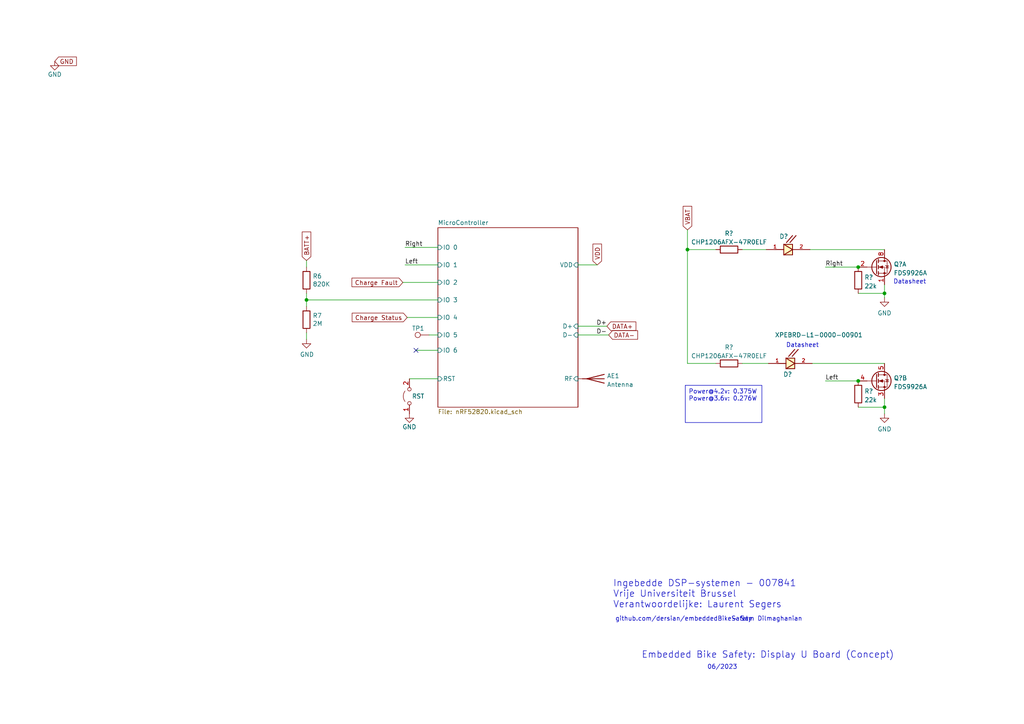
<source format=kicad_sch>
(kicad_sch (version 20230121) (generator eeschema)
  (paper "A4")
  (lib_symbols
    (symbol "Connector:TestPoint" (pin_numbers hide) (pin_names (offset 0.762) hide)
      (property "Reference" "TP" (at 0 6.858 0))
      (property "Value" "TestPoint" (at 0 5.08 0))
      (symbol "TestPoint_0_1"
        (circle (center 0 3.302) (radius 0.762))
      )
      (symbol "TestPoint_1_1"
        (pin passive line (at 0 0 90) (length 2.54) (name "1") (number "1"))
      )
    )
    (symbol "Device:Antenna" (pin_numbers hide) (pin_names (offset 1.016) hide)
      (property "Reference" "AE" (at -1.905 1.905 0))
      (property "Value" "Antenna" (at -1.905 0 0))
      (symbol "Antenna_0_1"
        (polyline (pts (xy 0 2.54) (xy 0 -3.81)) (stroke (width 0.254)))
        (polyline (pts (xy 1.27 2.54) (xy 0 -2.54) (xy -1.27 2.54)) (stroke (width 0.254)))
      )
      (symbol "Antenna_1_1"
        (pin input line (at 0 -5.08 90) (length 2.54) (name "A") (number "1"))
      )
    )
    (symbol "Device:R" (pin_numbers hide) (pin_names (offset 0))
      (property "Reference" "R" (at 2.032 0 90))
      (property "Value" "R" (at 0 0 90))
      (symbol "R_0_1"
        (rectangle (start -1.016 -2.54) (end 1.016 2.54) (stroke (width 0.254)))
      )
      (symbol "R_1_1"
        (pin passive line (at 0 3.81 270) (length 1.27) (name "~") (number "1"))
        (pin passive line (at 0 -3.81 90) (length 1.27) (name "~") (number "2"))
      )
    )
    (symbol "Jumper:Jumper_2_Open" (pin_names (offset 0) hide)
      (property "Reference" "JP" (at 0 2.794 0))
      (property "Value" "Jumper_2_Open" (at 0 -2.286 0))
      (symbol "Jumper_2_Open_0_0"
        (circle (center -2.032 0) (radius 0.508))
        (circle (center 2.032 0) (radius 0.508))
      )
      (symbol "Jumper_2_Open_0_1"
        (arc (start 1.524 1.27) (mid 0 1.778) (end -1.524 1.27))
      )
      (symbol "Jumper_2_Open_1_1"
        (pin passive line (at -5.08 0 0) (length 2.54) (name "A") (number "1"))
        (pin passive line (at 5.08 0 180) (length 2.54) (name "B") (number "2"))
      )
    )
    (symbol "Transistor_FET:FDS9926A" (pin_names hide)
      (property "Reference" "Q" (at 5.08 1.905 0))
      (property "Value" "FDS9926A" (at 5.08 0 0))
      (symbol "FDS9926A_0_1"
        (polyline (pts (xy 0.254 0) (xy -2.54 0)))
        (polyline (pts (xy 0.254 1.905) (xy 0.254 -1.905)) (stroke (width 0.254)))
        (polyline (pts (xy 0.762 -1.27) (xy 0.762 -2.286)) (stroke (width 0.254)))
        (polyline (pts (xy 0.762 0.508) (xy 0.762 -0.508)) (stroke (width 0.254)))
        (polyline (pts (xy 0.762 2.286) (xy 0.762 1.27)) (stroke (width 0.254)))
        (polyline (pts (xy 2.54 2.54) (xy 2.54 1.778)))
        (polyline (pts (xy 2.54 -2.54) (xy 2.54 0) (xy 0.762 0)))
        (polyline (pts (xy 0.762 -1.778) (xy 3.302 -1.778) (xy 3.302 1.778) (xy 0.762 1.778)))
        (polyline (pts (xy 1.016 0) (xy 2.032 0.381) (xy 2.032 -0.381) (xy 1.016 0)) (fill (type outline)))
        (polyline (pts (xy 2.794 0.508) (xy 2.921 0.381) (xy 3.683 0.381) (xy 3.81 0.254)))
        (polyline (pts (xy 3.302 0.381) (xy 2.921 -0.254) (xy 3.683 -0.254) (xy 3.302 0.381)))
        (circle (center 1.651 0) (radius 2.794) (stroke (width 0.254)))
        (circle (center 2.54 -1.778) (radius 0.254) (fill (type outline)))
        (circle (center 2.54 1.778) (radius 0.254) (fill (type outline)))
      )
      (symbol "FDS9926A_1_1"
        (pin passive line (at 2.54 -5.08 90) (length 2.54) (name "S1") (number "1"))
        (pin passive line (at -5.08 0 0) (length 2.54) (name "G1") (number "2"))
        (pin passive line (at 2.54 5.08 270) (length 2.54) hide (name "D1") (number "7"))
        (pin passive line (at 2.54 5.08 270) (length 2.54) (name "D1") (number "8"))
      )
      (symbol "FDS9926A_2_1"
        (pin passive line (at 2.54 -5.08 90) (length 2.54) (name "S2") (number "3"))
        (pin passive line (at -5.08 0 0) (length 2.54) (name "G2") (number "4"))
        (pin passive line (at 2.54 5.08 270) (length 2.54) (name "D2") (number "5"))
        (pin passive line (at 2.54 5.08 270) (length 2.54) hide (name "D2") (number "6"))
      )
    )
    (symbol "XPEBRD-L1-0000-00901:XPEBRD-L1-0000-00901" (pin_names (offset 1.016))
      (property "Reference" "D" (at -5.0862 5.5949 0))
      (property "Value" "XPEBRD-L1-0000-00901" (at -5.0975 -7.6463 0))
      (symbol "XPEBRD-L1-0000-00901_0_0"
        (rectangle (start 0 -1.524) (end 2.54 1.524) (stroke (width 0.254)) (fill (type background)))
        (polyline (pts (xy 0 -1.524) (xy 2.54 0)) (stroke (width 0.254)))
        (polyline (pts (xy 0 0) (xy -2.54 0)) (stroke (width 0.1524)))
        (polyline (pts (xy 0.762 2.032) (xy 2.54 4.064)) (stroke (width 0.254)))
        (polyline (pts (xy 1.778 2.032) (xy 3.556 4.064)) (stroke (width 0.254)))
        (polyline (pts (xy 2.54 0) (xy 0 1.524)) (stroke (width 0.254)))
        (pin passive line (at -5.08 0 0) (length 5.08) (name "~") (number "1"))
        (pin passive line (at 7.62 0 180) (length 5.08) (name "~") (number "2"))
      )
    )
    (symbol "nrfmicro-rescue:GND" (power) (pin_names (offset 0))
      (property "Value" "GND" (at 0 -3.81 0))
      (symbol "GND_0_1"
        (polyline (pts (xy 0 0) (xy 0 -1.27) (xy 1.27 -1.27) (xy 0 -2.54) (xy -1.27 -1.27) (xy 0 -1.27)))
      )
      (symbol "GND_1_1"
        (pin power_in line (at 0 0 270) (length 0) hide (name "GND") (number "1"))
      )
    )
    (symbol "power:GND" (power) (pin_names (offset 0))
      (property "Value" "GND" (at 0 -3.81 0))
      (symbol "GND_0_1"
        (polyline (pts (xy 0 0) (xy 0 -1.27) (xy 1.27 -1.27) (xy 0 -2.54) (xy -1.27 -1.27) (xy 0 -1.27)))
      )
      (symbol "GND_1_1"
        (pin power_in line (at 0 0 270) (length 0) hide (name "GND") (number "1"))
      )
    )
  )
  (junction (at 248.92 77.47))
  (junction (at 88.9 86.995))
  (junction (at 256.54 118.11))
  (junction (at 199.39 72.39))
  (junction (at 248.92 110.49))
  (junction (at 256.54 85.09))
  (no_connect (at 120.65 101.6))
  (wire (pts (xy 256.54 118.11) (xy 256.54 115.57)))
  (wire (pts (xy 167.64 97.155) (xy 176.53 97.155)))
  (wire (pts (xy 215.265 105.41) (xy 222.885 105.41)))
  (wire (pts (xy 235.585 105.41) (xy 256.54 105.41)))
  (wire (pts (xy 239.395 110.49) (xy 248.92 110.49)))
  (wire (pts (xy 199.39 72.39) (xy 207.645 72.39)))
  (wire (pts (xy 117.475 76.835) (xy 127 76.835)))
  (wire (pts (xy 88.9 75.565) (xy 88.9 77.47)))
  (wire (pts (xy 88.9 86.995) (xy 88.9 88.9)))
  (wire (pts (xy 116.84 81.915) (xy 127 81.915)))
  (wire (pts (xy 120.65 101.6) (xy 127 101.6)))
  (wire (pts (xy 215.265 72.39) (xy 222.25 72.39)))
  (wire (pts (xy 118.11 92.075) (xy 127 92.075)))
  (wire (pts (xy 88.9 96.52) (xy 88.9 98.425)))
  (wire (pts (xy 199.39 66.675) (xy 199.39 72.39)))
  (wire (pts (xy 239.395 77.47) (xy 248.92 77.47)))
  (wire (pts (xy 124.46 97.155) (xy 127 97.155)))
  (wire (pts (xy 117.475 71.755) (xy 127 71.755)))
  (wire (pts (xy 234.95 72.39) (xy 256.54 72.39)))
  (wire (pts (xy 88.9 85.09) (xy 88.9 86.995)))
  (wire (pts (xy 118.745 109.855) (xy 127 109.855)))
  (wire (pts (xy 88.9 86.995) (xy 127 86.995)))
  (wire (pts (xy 248.92 85.09) (xy 256.54 85.09)))
  (wire (pts (xy 256.54 82.55) (xy 256.54 85.09)))
  (wire (pts (xy 256.54 85.09) (xy 256.54 86.36)))
  (wire (pts (xy 167.64 76.835) (xy 173.228 76.835)))
  (wire (pts (xy 199.39 72.39) (xy 199.39 105.41)))
  (wire (pts (xy 167.64 94.615) (xy 176.022 94.615)))
  (wire (pts (xy 248.92 118.11) (xy 256.54 118.11)))
  (wire (pts (xy 199.39 105.41) (xy 207.645 105.41)))
  (wire (pts (xy 256.54 118.11) (xy 256.54 120.015)))
  (text_box "Power@4.2v: 0.375W\nPower@3.6v: 0.276W" (at 198.755 111.76 0) (size 22.225 10.795) (effects (font (size 1.27 1.27)) (justify left top)))
  (text "- Sam Dilmaghanian" (at 212.09 180.34 0) (effects (font (size 1.27 1.27)) (justify left bottom)))
  (text "Ingebedde DSP-systemen - 007841\nVrije Universiteit Brussel\nVerantwoordelijke: Laurent Segers" (at 177.8 176.53 0) (effects (font (size 1.9 1.9)) (justify left bottom)))
  (text "06/2023" (at 205.105 194.31 0) (effects (font (size 1.27 1.27)) (justify left bottom)))
  (text "Datasheet" (at 259.08 82.55 0) (effects (font (size 1.27 1.27)) (justify left bottom)))
  (text "Datasheet" (at 227.965 100.965 0) (effects (font (size 1.27 1.27)) (justify left bottom)))
  (text "github.com/dersian/embeddedBikeSafety" (at 178.435 180.34 0) (effects (font (size 1.27 1.27)) (justify left bottom)))
  (text "Embedded Bike Safety: Display U Board (Concept)\n" (at 186.055 191.135 0) (effects (font (size 1.9 1.9)) (justify left bottom)))
  (label "Right" (at 239.395 77.47 0))
  (label "Left" (at 117.475 76.835 0))
  (label "Right" (at 117.475 71.755 0))
  (label "Left" (at 239.395 110.49 0))
  (label "D-" (at 172.974 97.155 0))
  (label "D+" (at 172.974 94.615 0))
  (global_label "GND" (shape input) (at 15.875 17.78 0) (property "Intersheetrefs" "${INTERSHEET_REFS}" (effects hide)))
  (global_label "VBAT" (shape input) (at 199.39 66.675 90) (property "Intersheetrefs" "${INTERSHEET_REFS}" (effects hide)))
  (global_label "BATT+" (shape input) (at 88.9 75.565 90) (property "Intersheetrefs" "${INTERSHEET_REFS}" (effects hide)))
  (global_label "Charge Status" (shape input) (at 118.11 92.075 180) (property "Intersheetrefs" "${INTERSHEET_REFS}" (effects hide)))
  (global_label "Charge Fault" (shape input) (at 116.84 81.915 180) (property "Intersheetrefs" "${INTERSHEET_REFS}" (effects hide)))
  (global_label "VDD" (shape input) (at 173.228 76.835 90) (property "Intersheetrefs" "${INTERSHEET_REFS}" (effects hide)))
  (global_label "DATA-" (shape input) (at 176.53 97.155 0) (property "Intersheetrefs" "${INTERSHEET_REFS}" (effects hide)))
  (global_label "DATA+" (shape input) (at 176.022 94.615 0) (property "Intersheetrefs" "${INTERSHEET_REFS}" (effects hide)))
  (symbol (lib_id "XPEBRD-L1-0000-00901:XPEBRD-L1-0000-00901") (at 227.33 72.39 0) (unit 1)
    (property "Reference" "D?" (at 227.33 68.58 0))
    (property "Value" "XPEBRD-L1-0000-00901" (effects hide))
    (property "Footprint" "VUBRacing_ELO:XPEBRD-L1-0000-00901" (effects hide))
    (property "MANUFACTURER" "CREE" (effects hide))
    (instances (project "EBS_Main" (path "" (reference "D?") (unit 1))) (project "DisplayU_Sisterboard" (path "" (reference "D2") (unit 1))))
  )
  (symbol (lib_id "power:GND") (at 15.875 17.78 0) (unit 1)
    (property "Reference" "#PWR024" (effects hide))
    (property "Value" "GND" (at 15.875 21.59 0))
    (instances (project "DisplayU_Sisterboard" (path "" (reference "#PWR024") (unit 1)) (path "" (reference "#PWR026") (unit 1))))
  )
  (symbol (lib_id "power:GND") (at 256.54 120.015 0) (unit 1)
    (property "Reference" "#PWR?" (effects hide))
    (property "Value" "GND" (at 256.54 124.4584 0))
    (instances (project "EBS_Main" (path "" (reference "#PWR?") (unit 1))) (project "DisplayU_Sisterboard" (path "" (reference "#PWR042") (unit 1))))
  )
  (symbol (lib_id "XPEBRD-L1-0000-00901:XPEBRD-L1-0000-00901") (at 227.965 105.41 0) (unit 1)
    (property "Reference" "D?" (at 228.473 108.585 0))
    (property "Value" "XPEBRD-L1-0000-00901" (at 237.49 97.155 0))
    (property "Footprint" "VUBRacing_ELO:XPEBRD-L1-0000-00901" (effects hide))
    (property "MANUFACTURER" "CREE" (effects hide))
    (instances (project "EBS_Main" (path "" (reference "D?") (unit 1))) (project "DisplayU_Sisterboard" (path "" (reference "D3") (unit 1))))
  )
  (symbol (lib_id "Device:Antenna") (at 172.72 109.855 270) (unit 1)
    (property "Reference" "AE1" (at 176.022 109.0302 90) (effects (justify left)))
    (property "Value" "Antenna" (at 176.022 111.5354 90) (effects (justify left)))
    (property "Footprint" "RF_Antenna:Texas_SWRA117D_2.4GHz_Left" (effects hide))
  )
  (symbol (lib_id "Device:R") (at 211.455 72.39 90) (unit 1)
    (property "Reference" "R?" (at 211.455 67.7098 90))
    (property "Value" "CHP1206AFX-47R0ELF\n" (at 211.455 70.215 90))
    (property "Footprint" "Resistor_SMD:R_0603_1608Metric" (effects hide))
    (instances (project "EBS_Main" (path "" (reference "R?") (unit 1))) (project "DisplayU_Sisterboard" (path "" (reference "R2") (unit 1))))
  )
  (symbol (lib_id "Device:R") (at 88.9 81.28 0) (unit 1)
    (property "Reference" "R6" (at 90.678 80.1116 0) (effects (justify left)))
    (property "Value" "820K" (at 90.678 82.423 0) (effects (justify left)))
    (property "Footprint" "Resistor_SMD:R_0603_1608Metric" (effects hide))
  )
  (symbol (lib_id "power:GND") (at 256.54 86.36 0) (unit 1)
    (property "Reference" "#PWR?" (effects hide))
    (property "Value" "GND" (at 256.54 90.805 0))
    (instances (project "EBS_Main" (path "" (reference "#PWR?") (unit 1))) (project "DisplayU_Sisterboard" (path "" (reference "#PWR040") (unit 1))))
  )
  (symbol (lib_id "Transistor_FET:FDS9926A") (at 254 77.47 0) (unit 1)
    (property "Reference" "Q?" (at 259.207 76.6353 0) (effects (justify left)))
    (property "Value" "FDS9926A" (at 259.207 79.1722 0) (effects (justify left)))
    (property "Footprint" "Package_SO:SOIC-8_3.9x4.9mm_P1.27mm" (effects hide))
    (property "Datasheet" "https://www.onsemi.com/pub/Collateral/FDS9926A-D.pdf" (effects hide))
    (instances (project "EBS_Main" (path "" (reference "Q?") (unit 1))) (project "DisplayU_Sisterboard" (path "" (reference "Q1") (unit 1))))
  )
  (symbol (lib_id "Jumper:Jumper_2_Open") (at 118.745 114.935 90) (unit 1)
    (property "Reference" "RST" (at 121.285 114.935 90))
    (property "Value" "Jumper_2_Open" (effects hide))
    (property "Footprint" "Button_Switch_SMD:SW_SPST_B3U-1000P" (effects hide))
    (instances (project "DisplayU_Sisterboard" (path "" (reference "RST") (unit 1)) (path "" (reference "RST1") (unit 1))))
  )
  (symbol (lib_id "Device:R") (at 248.92 81.28 0) (unit 1)
    (property "Reference" "R?" (at 250.698 80.4453 0) (effects (justify left)))
    (property "Value" "22k" (at 250.698 82.9822 0) (effects (justify left)))
    (property "Footprint" "Resistor_SMD:R_0603_1608Metric" (effects hide))
    (instances (project "EBS_Main" (path "" (reference "R?") (unit 1))) (project "DisplayU_Sisterboard" (path "" (reference "R4") (unit 1))))
  )
  (symbol (lib_id "Device:R") (at 88.9 92.71 0) (unit 1)
    (property "Reference" "R7" (at 90.678 91.5416 0) (effects (justify left)))
    (property "Value" "2M" (at 90.678 93.853 0) (effects (justify left)))
    (property "Footprint" "Resistor_SMD:R_0603_1608Metric" (effects hide))
  )
  (symbol (lib_id "power:GND") (at 118.745 120.015 0) (unit 1)
    (property "Reference" "#PWR024" (effects hide))
    (property "Value" "GND" (at 118.745 123.825 0))
  )
  (symbol (lib_id "Connector:TestPoint") (at 124.46 97.155 90) (unit 1)
    (property "Reference" "TP1" (at 121.285 95.25 90))
    (property "Value" "TestPoint" (effects hide))
    (property "Footprint" "TestPoint:TestPoint_Pad_D2.0mm" (effects hide))
  )
  (symbol (lib_id "Device:R") (at 248.92 114.3 0) (unit 1)
    (property "Reference" "R?" (at 250.698 113.4653 0) (effects (justify left)))
    (property "Value" "22k" (at 250.698 116.0022 0) (effects (justify left)))
    (property "Footprint" "Resistor_SMD:R_0603_1608Metric" (effects hide))
    (instances (project "EBS_Main" (path "" (reference "R?") (unit 1))) (project "DisplayU_Sisterboard" (path "" (reference "R5") (unit 1))))
  )
  (symbol (lib_id "Device:R") (at 211.455 105.41 90) (unit 1)
    (property "Reference" "R?" (at 211.455 100.7298 90))
    (property "Value" "CHP1206AFX-47R0ELF\n" (at 211.455 103.235 90))
    (property "Footprint" "Resistor_SMD:R_0603_1608Metric" (effects hide))
    (instances (project "EBS_Main" (path "" (reference "R?") (unit 1))) (project "DisplayU_Sisterboard" (path "" (reference "R3") (unit 1))))
  )
  (symbol (lib_id "Transistor_FET:FDS9926A") (at 254 110.49 0) (unit 2)
    (property "Reference" "Q?" (at 259.207 109.6553 0) (effects (justify left)))
    (property "Value" "FDS9926A" (at 259.207 112.1922 0) (effects (justify left)))
    (property "Footprint" "Package_SO:SOIC-8_3.9x4.9mm_P1.27mm" (effects hide))
    (property "Datasheet" "https://www.onsemi.com/pub/Collateral/FDS9926A-D.pdf" (effects hide))
    (instances (project "EBS_Main" (path "" (reference "Q?") (unit 2))) (project "DisplayU_Sisterboard" (path "" (reference "Q1") (unit 2))))
  )
  (symbol (lib_id "nrfmicro-rescue:GND") (at 88.9 98.425 0) (unit 1)
    (property "Reference" "#PWR03" (effects hide))
    (property "Value" "GND" (at 89.027 102.8192 0))
    (instances (project "DisplayU_Sisterboard" (path "" (reference "#PWR03") (unit 1))) (project "nrfmicro" (path "" (reference "#PWR0102") (unit 1))))
  )
  (sheet (at 127 66.04) (size 40.64 52.07) (stroke (width 0.1524))
    (property "Sheetname" "MicroController" (at 127 65.3284 0) (effects (justify left bottom)))
    (property "Sheetfile" "nRF52820.kicad_sch" (at 127 118.6946 0) (effects (justify left top)))
    (pin "RF" input (at 167.64 109.855 0))
    (pin "VDD" input (at 167.64 76.835 0))
    (pin "D-" input (at 167.64 97.155 0))
    (pin "IO 3" input (at 127 86.995 180))
    (pin "IO 4" input (at 127 92.075 180))
    (pin "IO 5" input (at 127 97.155 180))
    (pin "IO 1" input (at 127 76.835 180))
    (pin "IO 0" input (at 127 71.755 180))
    (pin "IO 2" input (at 127 81.915 180))
    (pin "D+" input (at 167.64 94.615 0))
    (pin "RST" input (at 127 109.855 180))
    (pin "IO 6" input (at 127 101.6 180))
  )
)
</source>
